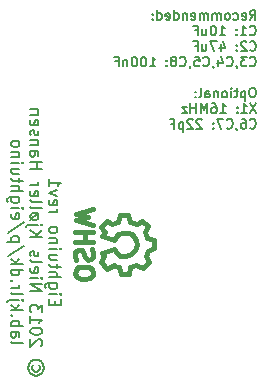
<source format=gbo>
%FSLAX34Y34*%
G04 Gerber Fmt 3.4, Leading zero omitted, Abs format*
G04 (created by PCBNEW (2013-12-28 BZR 4579)-product) date tor 16 jan 2014 22:13:37 CET*
%MOIN*%
G01*
G70*
G90*
G04 APERTURE LIST*
%ADD10C,0.006000*%
%ADD11C,0.007000*%
%ADD12C,0.015000*%
G04 APERTURE END LIST*
G54D10*
G54D11*
X57490Y-37231D02*
X57597Y-37079D01*
X57673Y-37231D02*
X57673Y-36911D01*
X57551Y-36911D01*
X57521Y-36927D01*
X57506Y-36942D01*
X57490Y-36972D01*
X57490Y-37018D01*
X57506Y-37048D01*
X57521Y-37064D01*
X57551Y-37079D01*
X57673Y-37079D01*
X57231Y-37216D02*
X57262Y-37231D01*
X57323Y-37231D01*
X57353Y-37216D01*
X57369Y-37186D01*
X57369Y-37064D01*
X57353Y-37033D01*
X57323Y-37018D01*
X57262Y-37018D01*
X57231Y-37033D01*
X57216Y-37064D01*
X57216Y-37094D01*
X57369Y-37125D01*
X56942Y-37216D02*
X56972Y-37231D01*
X57033Y-37231D01*
X57064Y-37216D01*
X57079Y-37201D01*
X57094Y-37170D01*
X57094Y-37079D01*
X57079Y-37048D01*
X57064Y-37033D01*
X57033Y-37018D01*
X56972Y-37018D01*
X56942Y-37033D01*
X56759Y-37231D02*
X56789Y-37216D01*
X56805Y-37201D01*
X56820Y-37170D01*
X56820Y-37079D01*
X56805Y-37048D01*
X56789Y-37033D01*
X56759Y-37018D01*
X56713Y-37018D01*
X56683Y-37033D01*
X56668Y-37048D01*
X56652Y-37079D01*
X56652Y-37170D01*
X56668Y-37201D01*
X56683Y-37216D01*
X56713Y-37231D01*
X56759Y-37231D01*
X56515Y-37231D02*
X56515Y-37018D01*
X56515Y-37048D02*
X56500Y-37033D01*
X56470Y-37018D01*
X56424Y-37018D01*
X56393Y-37033D01*
X56378Y-37064D01*
X56378Y-37231D01*
X56378Y-37064D02*
X56363Y-37033D01*
X56332Y-37018D01*
X56287Y-37018D01*
X56256Y-37033D01*
X56241Y-37064D01*
X56241Y-37231D01*
X56089Y-37231D02*
X56089Y-37018D01*
X56089Y-37048D02*
X56073Y-37033D01*
X56043Y-37018D01*
X55997Y-37018D01*
X55967Y-37033D01*
X55951Y-37064D01*
X55951Y-37231D01*
X55951Y-37064D02*
X55936Y-37033D01*
X55906Y-37018D01*
X55860Y-37018D01*
X55830Y-37033D01*
X55814Y-37064D01*
X55814Y-37231D01*
X55540Y-37216D02*
X55570Y-37231D01*
X55631Y-37231D01*
X55662Y-37216D01*
X55677Y-37186D01*
X55677Y-37064D01*
X55662Y-37033D01*
X55631Y-37018D01*
X55570Y-37018D01*
X55540Y-37033D01*
X55525Y-37064D01*
X55525Y-37094D01*
X55677Y-37125D01*
X55388Y-37018D02*
X55388Y-37231D01*
X55388Y-37048D02*
X55372Y-37033D01*
X55342Y-37018D01*
X55296Y-37018D01*
X55266Y-37033D01*
X55250Y-37064D01*
X55250Y-37231D01*
X54961Y-37231D02*
X54961Y-36911D01*
X54961Y-37216D02*
X54991Y-37231D01*
X55052Y-37231D01*
X55083Y-37216D01*
X55098Y-37201D01*
X55113Y-37170D01*
X55113Y-37079D01*
X55098Y-37048D01*
X55083Y-37033D01*
X55052Y-37018D01*
X54991Y-37018D01*
X54961Y-37033D01*
X54687Y-37216D02*
X54717Y-37231D01*
X54778Y-37231D01*
X54809Y-37216D01*
X54824Y-37186D01*
X54824Y-37064D01*
X54809Y-37033D01*
X54778Y-37018D01*
X54717Y-37018D01*
X54687Y-37033D01*
X54671Y-37064D01*
X54671Y-37094D01*
X54824Y-37125D01*
X54397Y-37231D02*
X54397Y-36911D01*
X54397Y-37216D02*
X54428Y-37231D01*
X54489Y-37231D01*
X54519Y-37216D01*
X54534Y-37201D01*
X54550Y-37170D01*
X54550Y-37079D01*
X54534Y-37048D01*
X54519Y-37033D01*
X54489Y-37018D01*
X54428Y-37018D01*
X54397Y-37033D01*
X54245Y-37201D02*
X54230Y-37216D01*
X54245Y-37231D01*
X54260Y-37216D01*
X54245Y-37201D01*
X54245Y-37231D01*
X54245Y-37033D02*
X54230Y-37048D01*
X54245Y-37064D01*
X54260Y-37048D01*
X54245Y-37033D01*
X54245Y-37064D01*
X57490Y-37719D02*
X57506Y-37734D01*
X57551Y-37749D01*
X57582Y-37749D01*
X57628Y-37734D01*
X57658Y-37704D01*
X57673Y-37673D01*
X57689Y-37612D01*
X57689Y-37566D01*
X57673Y-37505D01*
X57658Y-37475D01*
X57628Y-37445D01*
X57582Y-37429D01*
X57551Y-37429D01*
X57506Y-37445D01*
X57490Y-37460D01*
X57186Y-37749D02*
X57369Y-37749D01*
X57277Y-37749D02*
X57277Y-37429D01*
X57308Y-37475D01*
X57338Y-37505D01*
X57369Y-37521D01*
X57049Y-37719D02*
X57033Y-37734D01*
X57049Y-37749D01*
X57064Y-37734D01*
X57049Y-37719D01*
X57049Y-37749D01*
X57049Y-37551D02*
X57033Y-37566D01*
X57049Y-37582D01*
X57064Y-37566D01*
X57049Y-37551D01*
X57049Y-37582D01*
X56485Y-37749D02*
X56668Y-37749D01*
X56576Y-37749D02*
X56576Y-37429D01*
X56607Y-37475D01*
X56637Y-37505D01*
X56668Y-37521D01*
X56287Y-37429D02*
X56256Y-37429D01*
X56226Y-37445D01*
X56210Y-37460D01*
X56195Y-37490D01*
X56180Y-37551D01*
X56180Y-37627D01*
X56195Y-37688D01*
X56210Y-37719D01*
X56226Y-37734D01*
X56256Y-37749D01*
X56287Y-37749D01*
X56317Y-37734D01*
X56332Y-37719D01*
X56348Y-37688D01*
X56363Y-37627D01*
X56363Y-37551D01*
X56348Y-37490D01*
X56332Y-37460D01*
X56317Y-37445D01*
X56287Y-37429D01*
X55906Y-37536D02*
X55906Y-37749D01*
X56043Y-37536D02*
X56043Y-37704D01*
X56028Y-37734D01*
X55997Y-37749D01*
X55951Y-37749D01*
X55921Y-37734D01*
X55906Y-37719D01*
X55647Y-37582D02*
X55753Y-37582D01*
X55753Y-37749D02*
X55753Y-37429D01*
X55601Y-37429D01*
X57490Y-38237D02*
X57506Y-38252D01*
X57551Y-38267D01*
X57582Y-38267D01*
X57628Y-38252D01*
X57658Y-38222D01*
X57673Y-38191D01*
X57689Y-38130D01*
X57689Y-38084D01*
X57673Y-38023D01*
X57658Y-37993D01*
X57628Y-37963D01*
X57582Y-37947D01*
X57551Y-37947D01*
X57506Y-37963D01*
X57490Y-37978D01*
X57369Y-37978D02*
X57353Y-37963D01*
X57323Y-37947D01*
X57247Y-37947D01*
X57216Y-37963D01*
X57201Y-37978D01*
X57186Y-38008D01*
X57186Y-38039D01*
X57201Y-38084D01*
X57384Y-38267D01*
X57186Y-38267D01*
X57049Y-38237D02*
X57033Y-38252D01*
X57049Y-38267D01*
X57064Y-38252D01*
X57049Y-38237D01*
X57049Y-38267D01*
X57049Y-38069D02*
X57033Y-38084D01*
X57049Y-38100D01*
X57064Y-38084D01*
X57049Y-38069D01*
X57049Y-38100D01*
X56515Y-38054D02*
X56515Y-38267D01*
X56591Y-37932D02*
X56668Y-38161D01*
X56470Y-38161D01*
X56378Y-37947D02*
X56165Y-37947D01*
X56302Y-38267D01*
X55906Y-38054D02*
X55906Y-38267D01*
X56043Y-38054D02*
X56043Y-38222D01*
X56028Y-38252D01*
X55997Y-38267D01*
X55951Y-38267D01*
X55921Y-38252D01*
X55906Y-38237D01*
X55647Y-38100D02*
X55753Y-38100D01*
X55753Y-38267D02*
X55753Y-37947D01*
X55601Y-37947D01*
X57490Y-38755D02*
X57506Y-38770D01*
X57551Y-38785D01*
X57582Y-38785D01*
X57628Y-38770D01*
X57658Y-38740D01*
X57673Y-38709D01*
X57689Y-38648D01*
X57689Y-38602D01*
X57673Y-38541D01*
X57658Y-38511D01*
X57628Y-38481D01*
X57582Y-38465D01*
X57551Y-38465D01*
X57506Y-38481D01*
X57490Y-38496D01*
X57384Y-38465D02*
X57186Y-38465D01*
X57292Y-38587D01*
X57247Y-38587D01*
X57216Y-38602D01*
X57201Y-38618D01*
X57186Y-38648D01*
X57186Y-38724D01*
X57201Y-38755D01*
X57216Y-38770D01*
X57247Y-38785D01*
X57338Y-38785D01*
X57369Y-38770D01*
X57384Y-38755D01*
X57033Y-38770D02*
X57033Y-38785D01*
X57049Y-38816D01*
X57064Y-38831D01*
X56713Y-38755D02*
X56729Y-38770D01*
X56774Y-38785D01*
X56805Y-38785D01*
X56850Y-38770D01*
X56881Y-38740D01*
X56896Y-38709D01*
X56911Y-38648D01*
X56911Y-38602D01*
X56896Y-38541D01*
X56881Y-38511D01*
X56850Y-38481D01*
X56805Y-38465D01*
X56774Y-38465D01*
X56729Y-38481D01*
X56713Y-38496D01*
X56439Y-38572D02*
X56439Y-38785D01*
X56515Y-38450D02*
X56591Y-38679D01*
X56393Y-38679D01*
X56256Y-38770D02*
X56256Y-38785D01*
X56271Y-38816D01*
X56287Y-38831D01*
X55936Y-38755D02*
X55951Y-38770D01*
X55997Y-38785D01*
X56028Y-38785D01*
X56073Y-38770D01*
X56104Y-38740D01*
X56119Y-38709D01*
X56134Y-38648D01*
X56134Y-38602D01*
X56119Y-38541D01*
X56104Y-38511D01*
X56073Y-38481D01*
X56028Y-38465D01*
X55997Y-38465D01*
X55951Y-38481D01*
X55936Y-38496D01*
X55647Y-38465D02*
X55799Y-38465D01*
X55814Y-38618D01*
X55799Y-38602D01*
X55769Y-38587D01*
X55692Y-38587D01*
X55662Y-38602D01*
X55647Y-38618D01*
X55631Y-38648D01*
X55631Y-38724D01*
X55647Y-38755D01*
X55662Y-38770D01*
X55692Y-38785D01*
X55769Y-38785D01*
X55799Y-38770D01*
X55814Y-38755D01*
X55479Y-38770D02*
X55479Y-38785D01*
X55494Y-38816D01*
X55510Y-38831D01*
X55159Y-38755D02*
X55174Y-38770D01*
X55220Y-38785D01*
X55250Y-38785D01*
X55296Y-38770D01*
X55327Y-38740D01*
X55342Y-38709D01*
X55357Y-38648D01*
X55357Y-38602D01*
X55342Y-38541D01*
X55327Y-38511D01*
X55296Y-38481D01*
X55250Y-38465D01*
X55220Y-38465D01*
X55174Y-38481D01*
X55159Y-38496D01*
X54976Y-38602D02*
X55007Y-38587D01*
X55022Y-38572D01*
X55037Y-38541D01*
X55037Y-38526D01*
X55022Y-38496D01*
X55007Y-38481D01*
X54976Y-38465D01*
X54915Y-38465D01*
X54885Y-38481D01*
X54870Y-38496D01*
X54854Y-38526D01*
X54854Y-38541D01*
X54870Y-38572D01*
X54885Y-38587D01*
X54915Y-38602D01*
X54976Y-38602D01*
X55007Y-38618D01*
X55022Y-38633D01*
X55037Y-38663D01*
X55037Y-38724D01*
X55022Y-38755D01*
X55007Y-38770D01*
X54976Y-38785D01*
X54915Y-38785D01*
X54885Y-38770D01*
X54870Y-38755D01*
X54854Y-38724D01*
X54854Y-38663D01*
X54870Y-38633D01*
X54885Y-38618D01*
X54915Y-38602D01*
X54717Y-38755D02*
X54702Y-38770D01*
X54717Y-38785D01*
X54732Y-38770D01*
X54717Y-38755D01*
X54717Y-38785D01*
X54717Y-38587D02*
X54702Y-38602D01*
X54717Y-38618D01*
X54732Y-38602D01*
X54717Y-38587D01*
X54717Y-38618D01*
X54153Y-38785D02*
X54336Y-38785D01*
X54245Y-38785D02*
X54245Y-38465D01*
X54275Y-38511D01*
X54306Y-38541D01*
X54336Y-38557D01*
X53955Y-38465D02*
X53925Y-38465D01*
X53894Y-38481D01*
X53879Y-38496D01*
X53864Y-38526D01*
X53849Y-38587D01*
X53849Y-38663D01*
X53864Y-38724D01*
X53879Y-38755D01*
X53894Y-38770D01*
X53925Y-38785D01*
X53955Y-38785D01*
X53986Y-38770D01*
X54001Y-38755D01*
X54016Y-38724D01*
X54031Y-38663D01*
X54031Y-38587D01*
X54016Y-38526D01*
X54001Y-38496D01*
X53986Y-38481D01*
X53955Y-38465D01*
X53650Y-38465D02*
X53620Y-38465D01*
X53590Y-38481D01*
X53574Y-38496D01*
X53559Y-38526D01*
X53544Y-38587D01*
X53544Y-38663D01*
X53559Y-38724D01*
X53574Y-38755D01*
X53590Y-38770D01*
X53620Y-38785D01*
X53650Y-38785D01*
X53681Y-38770D01*
X53696Y-38755D01*
X53711Y-38724D01*
X53727Y-38663D01*
X53727Y-38587D01*
X53711Y-38526D01*
X53696Y-38496D01*
X53681Y-38481D01*
X53650Y-38465D01*
X53407Y-38572D02*
X53407Y-38785D01*
X53407Y-38602D02*
X53391Y-38587D01*
X53361Y-38572D01*
X53315Y-38572D01*
X53285Y-38587D01*
X53270Y-38618D01*
X53270Y-38785D01*
X53010Y-38618D02*
X53117Y-38618D01*
X53117Y-38785D02*
X53117Y-38465D01*
X52965Y-38465D01*
X57612Y-39501D02*
X57551Y-39501D01*
X57521Y-39517D01*
X57490Y-39547D01*
X57475Y-39608D01*
X57475Y-39715D01*
X57490Y-39776D01*
X57521Y-39806D01*
X57551Y-39821D01*
X57612Y-39821D01*
X57643Y-39806D01*
X57673Y-39776D01*
X57689Y-39715D01*
X57689Y-39608D01*
X57673Y-39547D01*
X57643Y-39517D01*
X57612Y-39501D01*
X57338Y-39608D02*
X57338Y-39928D01*
X57338Y-39623D02*
X57308Y-39608D01*
X57247Y-39608D01*
X57216Y-39623D01*
X57201Y-39638D01*
X57186Y-39669D01*
X57186Y-39760D01*
X57201Y-39791D01*
X57216Y-39806D01*
X57247Y-39821D01*
X57308Y-39821D01*
X57338Y-39806D01*
X57094Y-39608D02*
X56972Y-39608D01*
X57049Y-39501D02*
X57049Y-39776D01*
X57033Y-39806D01*
X57003Y-39821D01*
X56972Y-39821D01*
X56866Y-39821D02*
X56866Y-39608D01*
X56866Y-39501D02*
X56881Y-39517D01*
X56866Y-39532D01*
X56850Y-39517D01*
X56866Y-39501D01*
X56866Y-39532D01*
X56668Y-39821D02*
X56698Y-39806D01*
X56713Y-39791D01*
X56729Y-39760D01*
X56729Y-39669D01*
X56713Y-39638D01*
X56698Y-39623D01*
X56668Y-39608D01*
X56622Y-39608D01*
X56591Y-39623D01*
X56576Y-39638D01*
X56561Y-39669D01*
X56561Y-39760D01*
X56576Y-39791D01*
X56591Y-39806D01*
X56622Y-39821D01*
X56668Y-39821D01*
X56424Y-39608D02*
X56424Y-39821D01*
X56424Y-39638D02*
X56409Y-39623D01*
X56378Y-39608D01*
X56332Y-39608D01*
X56302Y-39623D01*
X56287Y-39654D01*
X56287Y-39821D01*
X55997Y-39821D02*
X55997Y-39654D01*
X56012Y-39623D01*
X56043Y-39608D01*
X56104Y-39608D01*
X56134Y-39623D01*
X55997Y-39806D02*
X56028Y-39821D01*
X56104Y-39821D01*
X56134Y-39806D01*
X56150Y-39776D01*
X56150Y-39745D01*
X56134Y-39715D01*
X56104Y-39699D01*
X56028Y-39699D01*
X55997Y-39684D01*
X55799Y-39821D02*
X55830Y-39806D01*
X55845Y-39776D01*
X55845Y-39501D01*
X55677Y-39791D02*
X55662Y-39806D01*
X55677Y-39821D01*
X55692Y-39806D01*
X55677Y-39791D01*
X55677Y-39821D01*
X55677Y-39623D02*
X55662Y-39638D01*
X55677Y-39654D01*
X55692Y-39638D01*
X55677Y-39623D01*
X55677Y-39654D01*
X57704Y-40019D02*
X57490Y-40339D01*
X57490Y-40019D02*
X57704Y-40339D01*
X57201Y-40339D02*
X57384Y-40339D01*
X57292Y-40339D02*
X57292Y-40019D01*
X57323Y-40065D01*
X57353Y-40095D01*
X57384Y-40111D01*
X57064Y-40309D02*
X57049Y-40324D01*
X57064Y-40339D01*
X57079Y-40324D01*
X57064Y-40309D01*
X57064Y-40339D01*
X57064Y-40141D02*
X57049Y-40156D01*
X57064Y-40172D01*
X57079Y-40156D01*
X57064Y-40141D01*
X57064Y-40172D01*
X56500Y-40339D02*
X56683Y-40339D01*
X56591Y-40339D02*
X56591Y-40019D01*
X56622Y-40065D01*
X56652Y-40095D01*
X56683Y-40111D01*
X56226Y-40019D02*
X56287Y-40019D01*
X56317Y-40035D01*
X56332Y-40050D01*
X56363Y-40095D01*
X56378Y-40156D01*
X56378Y-40278D01*
X56363Y-40309D01*
X56348Y-40324D01*
X56317Y-40339D01*
X56256Y-40339D01*
X56226Y-40324D01*
X56210Y-40309D01*
X56195Y-40278D01*
X56195Y-40202D01*
X56210Y-40172D01*
X56226Y-40156D01*
X56256Y-40141D01*
X56317Y-40141D01*
X56348Y-40156D01*
X56363Y-40172D01*
X56378Y-40202D01*
X56058Y-40339D02*
X56058Y-40019D01*
X55951Y-40248D01*
X55845Y-40019D01*
X55845Y-40339D01*
X55692Y-40339D02*
X55692Y-40019D01*
X55692Y-40172D02*
X55510Y-40172D01*
X55510Y-40339D02*
X55510Y-40019D01*
X55388Y-40126D02*
X55220Y-40126D01*
X55388Y-40339D01*
X55220Y-40339D01*
X57490Y-40827D02*
X57506Y-40842D01*
X57551Y-40857D01*
X57582Y-40857D01*
X57628Y-40842D01*
X57658Y-40812D01*
X57673Y-40781D01*
X57689Y-40720D01*
X57689Y-40674D01*
X57673Y-40613D01*
X57658Y-40583D01*
X57628Y-40553D01*
X57582Y-40537D01*
X57551Y-40537D01*
X57506Y-40553D01*
X57490Y-40568D01*
X57216Y-40537D02*
X57277Y-40537D01*
X57308Y-40553D01*
X57323Y-40568D01*
X57353Y-40613D01*
X57369Y-40674D01*
X57369Y-40796D01*
X57353Y-40827D01*
X57338Y-40842D01*
X57308Y-40857D01*
X57247Y-40857D01*
X57216Y-40842D01*
X57201Y-40827D01*
X57186Y-40796D01*
X57186Y-40720D01*
X57201Y-40690D01*
X57216Y-40674D01*
X57247Y-40659D01*
X57308Y-40659D01*
X57338Y-40674D01*
X57353Y-40690D01*
X57369Y-40720D01*
X57033Y-40842D02*
X57033Y-40857D01*
X57049Y-40888D01*
X57064Y-40903D01*
X56713Y-40827D02*
X56729Y-40842D01*
X56774Y-40857D01*
X56805Y-40857D01*
X56850Y-40842D01*
X56881Y-40812D01*
X56896Y-40781D01*
X56911Y-40720D01*
X56911Y-40674D01*
X56896Y-40613D01*
X56881Y-40583D01*
X56850Y-40553D01*
X56805Y-40537D01*
X56774Y-40537D01*
X56729Y-40553D01*
X56713Y-40568D01*
X56607Y-40537D02*
X56393Y-40537D01*
X56530Y-40857D01*
X56271Y-40827D02*
X56256Y-40842D01*
X56271Y-40857D01*
X56287Y-40842D01*
X56271Y-40827D01*
X56271Y-40857D01*
X56271Y-40659D02*
X56256Y-40674D01*
X56271Y-40690D01*
X56287Y-40674D01*
X56271Y-40659D01*
X56271Y-40690D01*
X55890Y-40568D02*
X55875Y-40553D01*
X55845Y-40537D01*
X55769Y-40537D01*
X55738Y-40553D01*
X55723Y-40568D01*
X55708Y-40598D01*
X55708Y-40629D01*
X55723Y-40674D01*
X55906Y-40857D01*
X55708Y-40857D01*
X55586Y-40568D02*
X55570Y-40553D01*
X55540Y-40537D01*
X55464Y-40537D01*
X55433Y-40553D01*
X55418Y-40568D01*
X55403Y-40598D01*
X55403Y-40629D01*
X55418Y-40674D01*
X55601Y-40857D01*
X55403Y-40857D01*
X55266Y-40644D02*
X55266Y-40964D01*
X55266Y-40659D02*
X55235Y-40644D01*
X55174Y-40644D01*
X55144Y-40659D01*
X55129Y-40674D01*
X55113Y-40705D01*
X55113Y-40796D01*
X55129Y-40827D01*
X55144Y-40842D01*
X55174Y-40857D01*
X55235Y-40857D01*
X55266Y-40842D01*
X54870Y-40690D02*
X54976Y-40690D01*
X54976Y-40857D02*
X54976Y-40537D01*
X54824Y-40537D01*
X51008Y-46735D02*
X51008Y-46602D01*
X50799Y-46545D02*
X50799Y-46735D01*
X51199Y-46735D01*
X51199Y-46545D01*
X50799Y-46373D02*
X51065Y-46373D01*
X51199Y-46373D02*
X51180Y-46392D01*
X51160Y-46373D01*
X51180Y-46354D01*
X51199Y-46373D01*
X51160Y-46373D01*
X51065Y-46011D02*
X50741Y-46011D01*
X50703Y-46030D01*
X50684Y-46049D01*
X50665Y-46088D01*
X50665Y-46145D01*
X50684Y-46183D01*
X50818Y-46011D02*
X50799Y-46049D01*
X50799Y-46126D01*
X50818Y-46164D01*
X50837Y-46183D01*
X50875Y-46202D01*
X50989Y-46202D01*
X51027Y-46183D01*
X51046Y-46164D01*
X51065Y-46126D01*
X51065Y-46049D01*
X51046Y-46011D01*
X50799Y-45821D02*
X51199Y-45821D01*
X50799Y-45649D02*
X51008Y-45649D01*
X51046Y-45669D01*
X51065Y-45707D01*
X51065Y-45764D01*
X51046Y-45802D01*
X51027Y-45821D01*
X51065Y-45516D02*
X51065Y-45364D01*
X51199Y-45459D02*
X50856Y-45459D01*
X50818Y-45440D01*
X50799Y-45402D01*
X50799Y-45364D01*
X51065Y-45059D02*
X50799Y-45059D01*
X51065Y-45230D02*
X50856Y-45230D01*
X50818Y-45211D01*
X50799Y-45173D01*
X50799Y-45116D01*
X50818Y-45078D01*
X50837Y-45059D01*
X50799Y-44869D02*
X51065Y-44869D01*
X51199Y-44869D02*
X51180Y-44888D01*
X51160Y-44869D01*
X51180Y-44849D01*
X51199Y-44869D01*
X51160Y-44869D01*
X51065Y-44678D02*
X50799Y-44678D01*
X51027Y-44678D02*
X51046Y-44659D01*
X51065Y-44621D01*
X51065Y-44564D01*
X51046Y-44526D01*
X51008Y-44507D01*
X50799Y-44507D01*
X50799Y-44259D02*
X50818Y-44297D01*
X50837Y-44316D01*
X50875Y-44335D01*
X50989Y-44335D01*
X51027Y-44316D01*
X51046Y-44297D01*
X51065Y-44259D01*
X51065Y-44202D01*
X51046Y-44164D01*
X51027Y-44145D01*
X50989Y-44126D01*
X50875Y-44126D01*
X50837Y-44145D01*
X50818Y-44164D01*
X50799Y-44202D01*
X50799Y-44259D01*
X50799Y-43649D02*
X51065Y-43649D01*
X50989Y-43649D02*
X51027Y-43630D01*
X51046Y-43611D01*
X51065Y-43573D01*
X51065Y-43535D01*
X50818Y-43250D02*
X50799Y-43288D01*
X50799Y-43364D01*
X50818Y-43402D01*
X50856Y-43421D01*
X51008Y-43421D01*
X51046Y-43402D01*
X51065Y-43364D01*
X51065Y-43288D01*
X51046Y-43250D01*
X51008Y-43230D01*
X50970Y-43230D01*
X50932Y-43421D01*
X51065Y-43097D02*
X50799Y-43002D01*
X51065Y-42907D01*
X50799Y-42545D02*
X50799Y-42773D01*
X50799Y-42659D02*
X51199Y-42659D01*
X51141Y-42697D01*
X51103Y-42735D01*
X51084Y-42773D01*
X50473Y-48754D02*
X50492Y-48792D01*
X50492Y-48869D01*
X50473Y-48907D01*
X50435Y-48945D01*
X50397Y-48964D01*
X50321Y-48964D01*
X50283Y-48945D01*
X50245Y-48907D01*
X50226Y-48869D01*
X50226Y-48792D01*
X50245Y-48754D01*
X50626Y-48830D02*
X50607Y-48926D01*
X50550Y-49021D01*
X50454Y-49078D01*
X50359Y-49097D01*
X50264Y-49078D01*
X50169Y-49021D01*
X50111Y-48926D01*
X50092Y-48830D01*
X50111Y-48735D01*
X50169Y-48640D01*
X50264Y-48583D01*
X50359Y-48564D01*
X50454Y-48583D01*
X50550Y-48640D01*
X50607Y-48735D01*
X50626Y-48830D01*
X50530Y-48107D02*
X50550Y-48088D01*
X50569Y-48049D01*
X50569Y-47954D01*
X50550Y-47916D01*
X50530Y-47897D01*
X50492Y-47878D01*
X50454Y-47878D01*
X50397Y-47897D01*
X50169Y-48126D01*
X50169Y-47878D01*
X50569Y-47630D02*
X50569Y-47592D01*
X50550Y-47554D01*
X50530Y-47535D01*
X50492Y-47516D01*
X50416Y-47497D01*
X50321Y-47497D01*
X50245Y-47516D01*
X50207Y-47535D01*
X50188Y-47554D01*
X50169Y-47592D01*
X50169Y-47630D01*
X50188Y-47669D01*
X50207Y-47688D01*
X50245Y-47707D01*
X50321Y-47726D01*
X50416Y-47726D01*
X50492Y-47707D01*
X50530Y-47688D01*
X50550Y-47669D01*
X50569Y-47630D01*
X50169Y-47116D02*
X50169Y-47345D01*
X50169Y-47230D02*
X50569Y-47230D01*
X50511Y-47269D01*
X50473Y-47307D01*
X50454Y-47345D01*
X50569Y-46983D02*
X50569Y-46735D01*
X50416Y-46869D01*
X50416Y-46811D01*
X50397Y-46773D01*
X50378Y-46754D01*
X50340Y-46735D01*
X50245Y-46735D01*
X50207Y-46754D01*
X50188Y-46773D01*
X50169Y-46811D01*
X50169Y-46926D01*
X50188Y-46964D01*
X50207Y-46983D01*
X50169Y-46259D02*
X50569Y-46259D01*
X50169Y-46030D01*
X50569Y-46030D01*
X50169Y-45840D02*
X50435Y-45840D01*
X50569Y-45840D02*
X50550Y-45859D01*
X50530Y-45840D01*
X50550Y-45821D01*
X50569Y-45840D01*
X50530Y-45840D01*
X50188Y-45497D02*
X50169Y-45535D01*
X50169Y-45611D01*
X50188Y-45649D01*
X50226Y-45669D01*
X50378Y-45669D01*
X50416Y-45649D01*
X50435Y-45611D01*
X50435Y-45535D01*
X50416Y-45497D01*
X50378Y-45478D01*
X50340Y-45478D01*
X50302Y-45669D01*
X50169Y-45249D02*
X50188Y-45288D01*
X50226Y-45307D01*
X50569Y-45307D01*
X50188Y-45116D02*
X50169Y-45078D01*
X50169Y-45002D01*
X50188Y-44964D01*
X50226Y-44945D01*
X50245Y-44945D01*
X50283Y-44964D01*
X50302Y-45002D01*
X50302Y-45059D01*
X50321Y-45097D01*
X50359Y-45116D01*
X50378Y-45116D01*
X50416Y-45097D01*
X50435Y-45059D01*
X50435Y-45002D01*
X50416Y-44964D01*
X50169Y-44469D02*
X50569Y-44469D01*
X50169Y-44240D02*
X50397Y-44411D01*
X50569Y-44240D02*
X50340Y-44469D01*
X50435Y-44069D02*
X50092Y-44069D01*
X50054Y-44088D01*
X50035Y-44126D01*
X50035Y-44145D01*
X50569Y-44069D02*
X50550Y-44088D01*
X50530Y-44069D01*
X50550Y-44049D01*
X50569Y-44069D01*
X50530Y-44069D01*
X50435Y-43669D02*
X50169Y-43916D01*
X50169Y-43821D02*
X50188Y-43859D01*
X50207Y-43878D01*
X50245Y-43897D01*
X50359Y-43897D01*
X50397Y-43878D01*
X50416Y-43859D01*
X50435Y-43821D01*
X50435Y-43764D01*
X50416Y-43726D01*
X50397Y-43707D01*
X50359Y-43688D01*
X50245Y-43688D01*
X50207Y-43707D01*
X50188Y-43726D01*
X50169Y-43764D01*
X50169Y-43821D01*
X50169Y-43459D02*
X50188Y-43497D01*
X50226Y-43516D01*
X50569Y-43516D01*
X50169Y-43249D02*
X50188Y-43288D01*
X50226Y-43307D01*
X50569Y-43307D01*
X50188Y-42945D02*
X50169Y-42983D01*
X50169Y-43059D01*
X50188Y-43097D01*
X50226Y-43116D01*
X50378Y-43116D01*
X50416Y-43097D01*
X50435Y-43059D01*
X50435Y-42983D01*
X50416Y-42945D01*
X50378Y-42926D01*
X50340Y-42926D01*
X50302Y-43116D01*
X50169Y-42754D02*
X50435Y-42754D01*
X50359Y-42754D02*
X50397Y-42735D01*
X50416Y-42716D01*
X50435Y-42678D01*
X50435Y-42640D01*
X50169Y-42202D02*
X50569Y-42202D01*
X50378Y-42202D02*
X50378Y-41973D01*
X50169Y-41973D02*
X50569Y-41973D01*
X50169Y-41611D02*
X50378Y-41611D01*
X50416Y-41630D01*
X50435Y-41669D01*
X50435Y-41745D01*
X50416Y-41783D01*
X50188Y-41611D02*
X50169Y-41650D01*
X50169Y-41745D01*
X50188Y-41783D01*
X50226Y-41802D01*
X50264Y-41802D01*
X50302Y-41783D01*
X50321Y-41745D01*
X50321Y-41650D01*
X50340Y-41611D01*
X50435Y-41421D02*
X50169Y-41421D01*
X50397Y-41421D02*
X50416Y-41402D01*
X50435Y-41364D01*
X50435Y-41307D01*
X50416Y-41269D01*
X50378Y-41250D01*
X50169Y-41250D01*
X50188Y-41078D02*
X50169Y-41040D01*
X50169Y-40964D01*
X50188Y-40926D01*
X50226Y-40907D01*
X50245Y-40907D01*
X50283Y-40926D01*
X50302Y-40964D01*
X50302Y-41021D01*
X50321Y-41059D01*
X50359Y-41078D01*
X50378Y-41078D01*
X50416Y-41059D01*
X50435Y-41021D01*
X50435Y-40964D01*
X50416Y-40926D01*
X50188Y-40583D02*
X50169Y-40621D01*
X50169Y-40697D01*
X50188Y-40735D01*
X50226Y-40754D01*
X50378Y-40754D01*
X50416Y-40735D01*
X50435Y-40697D01*
X50435Y-40621D01*
X50416Y-40583D01*
X50378Y-40564D01*
X50340Y-40564D01*
X50302Y-40754D01*
X50435Y-40392D02*
X50169Y-40392D01*
X50397Y-40392D02*
X50416Y-40373D01*
X50435Y-40335D01*
X50435Y-40278D01*
X50416Y-40240D01*
X50378Y-40221D01*
X50169Y-40221D01*
X49539Y-47964D02*
X49558Y-48002D01*
X49596Y-48021D01*
X49939Y-48021D01*
X49539Y-47640D02*
X49748Y-47640D01*
X49786Y-47659D01*
X49805Y-47697D01*
X49805Y-47773D01*
X49786Y-47811D01*
X49558Y-47640D02*
X49539Y-47678D01*
X49539Y-47773D01*
X49558Y-47811D01*
X49596Y-47830D01*
X49634Y-47830D01*
X49672Y-47811D01*
X49691Y-47773D01*
X49691Y-47678D01*
X49710Y-47640D01*
X49539Y-47450D02*
X49939Y-47450D01*
X49786Y-47450D02*
X49805Y-47411D01*
X49805Y-47335D01*
X49786Y-47297D01*
X49767Y-47278D01*
X49729Y-47259D01*
X49615Y-47259D01*
X49577Y-47278D01*
X49558Y-47297D01*
X49539Y-47335D01*
X49539Y-47411D01*
X49558Y-47450D01*
X49577Y-47088D02*
X49558Y-47069D01*
X49539Y-47088D01*
X49558Y-47107D01*
X49577Y-47088D01*
X49539Y-47088D01*
X49539Y-46897D02*
X49939Y-46897D01*
X49691Y-46859D02*
X49539Y-46745D01*
X49805Y-46745D02*
X49653Y-46897D01*
X49805Y-46573D02*
X49462Y-46573D01*
X49424Y-46592D01*
X49405Y-46630D01*
X49405Y-46650D01*
X49939Y-46573D02*
X49920Y-46592D01*
X49900Y-46573D01*
X49920Y-46554D01*
X49939Y-46573D01*
X49900Y-46573D01*
X49539Y-46326D02*
X49558Y-46364D01*
X49596Y-46383D01*
X49939Y-46383D01*
X49539Y-46173D02*
X49805Y-46173D01*
X49729Y-46173D02*
X49767Y-46154D01*
X49786Y-46135D01*
X49805Y-46097D01*
X49805Y-46059D01*
X49577Y-45926D02*
X49558Y-45907D01*
X49539Y-45926D01*
X49558Y-45945D01*
X49577Y-45926D01*
X49539Y-45926D01*
X49539Y-45564D02*
X49939Y-45564D01*
X49558Y-45564D02*
X49539Y-45602D01*
X49539Y-45678D01*
X49558Y-45716D01*
X49577Y-45735D01*
X49615Y-45754D01*
X49729Y-45754D01*
X49767Y-45735D01*
X49786Y-45716D01*
X49805Y-45678D01*
X49805Y-45602D01*
X49786Y-45564D01*
X49539Y-45373D02*
X49939Y-45373D01*
X49691Y-45335D02*
X49539Y-45221D01*
X49805Y-45221D02*
X49653Y-45373D01*
X49958Y-44764D02*
X49443Y-45107D01*
X49805Y-44630D02*
X49405Y-44630D01*
X49786Y-44630D02*
X49805Y-44592D01*
X49805Y-44516D01*
X49786Y-44478D01*
X49767Y-44459D01*
X49729Y-44440D01*
X49615Y-44440D01*
X49577Y-44459D01*
X49558Y-44478D01*
X49539Y-44516D01*
X49539Y-44592D01*
X49558Y-44630D01*
X49958Y-43983D02*
X49443Y-44326D01*
X49558Y-43697D02*
X49539Y-43735D01*
X49539Y-43811D01*
X49558Y-43850D01*
X49596Y-43869D01*
X49748Y-43869D01*
X49786Y-43850D01*
X49805Y-43811D01*
X49805Y-43735D01*
X49786Y-43697D01*
X49748Y-43678D01*
X49710Y-43678D01*
X49672Y-43869D01*
X49539Y-43507D02*
X49805Y-43507D01*
X49939Y-43507D02*
X49920Y-43526D01*
X49900Y-43507D01*
X49920Y-43488D01*
X49939Y-43507D01*
X49900Y-43507D01*
X49805Y-43145D02*
X49481Y-43145D01*
X49443Y-43164D01*
X49424Y-43183D01*
X49405Y-43221D01*
X49405Y-43278D01*
X49424Y-43316D01*
X49558Y-43145D02*
X49539Y-43183D01*
X49539Y-43259D01*
X49558Y-43297D01*
X49577Y-43316D01*
X49615Y-43335D01*
X49729Y-43335D01*
X49767Y-43316D01*
X49786Y-43297D01*
X49805Y-43259D01*
X49805Y-43183D01*
X49786Y-43145D01*
X49539Y-42954D02*
X49939Y-42954D01*
X49539Y-42783D02*
X49748Y-42783D01*
X49786Y-42802D01*
X49805Y-42840D01*
X49805Y-42897D01*
X49786Y-42935D01*
X49767Y-42954D01*
X49805Y-42650D02*
X49805Y-42497D01*
X49939Y-42592D02*
X49596Y-42592D01*
X49558Y-42573D01*
X49539Y-42535D01*
X49539Y-42497D01*
X49805Y-42192D02*
X49539Y-42192D01*
X49805Y-42364D02*
X49596Y-42364D01*
X49558Y-42345D01*
X49539Y-42307D01*
X49539Y-42250D01*
X49558Y-42211D01*
X49577Y-42192D01*
X49539Y-42002D02*
X49805Y-42002D01*
X49939Y-42002D02*
X49920Y-42021D01*
X49900Y-42002D01*
X49920Y-41983D01*
X49939Y-42002D01*
X49900Y-42002D01*
X49805Y-41811D02*
X49539Y-41811D01*
X49767Y-41811D02*
X49786Y-41792D01*
X49805Y-41754D01*
X49805Y-41697D01*
X49786Y-41659D01*
X49748Y-41640D01*
X49539Y-41640D01*
X49539Y-41392D02*
X49558Y-41430D01*
X49577Y-41450D01*
X49615Y-41469D01*
X49729Y-41469D01*
X49767Y-41450D01*
X49786Y-41430D01*
X49805Y-41392D01*
X49805Y-41335D01*
X49786Y-41297D01*
X49767Y-41278D01*
X49729Y-41259D01*
X49615Y-41259D01*
X49577Y-41278D01*
X49558Y-41297D01*
X49539Y-41335D01*
X49539Y-41392D01*
G54D12*
X52261Y-44063D02*
X51682Y-43921D01*
X51682Y-43921D02*
X52100Y-43811D01*
X52100Y-43811D02*
X51678Y-43689D01*
X51678Y-43689D02*
X52249Y-43555D01*
X51989Y-44622D02*
X51993Y-44311D01*
X51993Y-44311D02*
X51989Y-44307D01*
X51989Y-44307D02*
X51993Y-44307D01*
X52273Y-44291D02*
X51666Y-44291D01*
X52277Y-44641D02*
X51659Y-44641D01*
X51659Y-44641D02*
X51663Y-44637D01*
X52237Y-44858D02*
X52269Y-44996D01*
X52269Y-44996D02*
X52273Y-45122D01*
X52273Y-45122D02*
X52194Y-45216D01*
X52194Y-45216D02*
X52088Y-45228D01*
X52088Y-45228D02*
X51993Y-45133D01*
X51993Y-45133D02*
X51942Y-44980D01*
X51942Y-44980D02*
X51879Y-44909D01*
X51879Y-44909D02*
X51761Y-44893D01*
X51761Y-44893D02*
X51674Y-44984D01*
X51674Y-44984D02*
X51663Y-45110D01*
X51663Y-45110D02*
X51706Y-45248D01*
X52277Y-45657D02*
X52269Y-45755D01*
X52269Y-45755D02*
X52174Y-45850D01*
X52174Y-45850D02*
X51981Y-45885D01*
X51981Y-45885D02*
X51844Y-45874D01*
X51844Y-45874D02*
X51718Y-45795D01*
X51718Y-45795D02*
X51670Y-45696D01*
X51670Y-45696D02*
X51698Y-45574D01*
X51698Y-45574D02*
X51769Y-45488D01*
X51769Y-45488D02*
X51950Y-45460D01*
X51950Y-45460D02*
X52111Y-45480D01*
X52111Y-45480D02*
X52222Y-45523D01*
X52222Y-45523D02*
X52273Y-45665D01*
X52954Y-45421D02*
X52733Y-45523D01*
X52733Y-45523D02*
X52529Y-45311D01*
X52529Y-45311D02*
X52635Y-45106D01*
X52635Y-45106D02*
X52572Y-44996D01*
X52580Y-44429D02*
X52655Y-44299D01*
X52655Y-44299D02*
X52525Y-44126D01*
X52525Y-44126D02*
X52718Y-43940D01*
X52718Y-43940D02*
X52907Y-44051D01*
X52907Y-44051D02*
X53092Y-43976D01*
X53092Y-43976D02*
X53166Y-43736D01*
X53166Y-43736D02*
X53434Y-43736D01*
X53434Y-43736D02*
X53489Y-43956D01*
X53489Y-43956D02*
X53714Y-44035D01*
X53714Y-44035D02*
X53899Y-43929D01*
X53899Y-43929D02*
X54100Y-44114D01*
X54100Y-44114D02*
X53997Y-44318D01*
X53997Y-44318D02*
X54076Y-44503D01*
X54076Y-44503D02*
X54289Y-44570D01*
X54289Y-44570D02*
X54296Y-44842D01*
X54296Y-44842D02*
X54080Y-44925D01*
X54080Y-44925D02*
X54013Y-45090D01*
X54013Y-45090D02*
X54119Y-45307D01*
X54119Y-45307D02*
X53911Y-45511D01*
X53911Y-45511D02*
X53698Y-45413D01*
X53698Y-45413D02*
X53509Y-45480D01*
X53509Y-45480D02*
X53470Y-45696D01*
X53470Y-45696D02*
X53194Y-45700D01*
X53194Y-45700D02*
X53115Y-45480D01*
X53115Y-45480D02*
X52958Y-45425D01*
X52966Y-44582D02*
X53025Y-44464D01*
X53025Y-44464D02*
X53103Y-44385D01*
X53103Y-44385D02*
X53261Y-44326D01*
X53261Y-44326D02*
X53418Y-44326D01*
X53418Y-44326D02*
X53556Y-44385D01*
X53556Y-44385D02*
X53694Y-44563D01*
X53694Y-44563D02*
X53714Y-44740D01*
X53714Y-44740D02*
X53674Y-44897D01*
X53674Y-44897D02*
X53537Y-45055D01*
X53537Y-45055D02*
X53359Y-45114D01*
X53359Y-45114D02*
X53163Y-45094D01*
X53163Y-45094D02*
X53044Y-44996D01*
X53044Y-44996D02*
X52966Y-44858D01*
X52966Y-44858D02*
X52572Y-44996D01*
X52966Y-44582D02*
X52572Y-44425D01*
M02*

</source>
